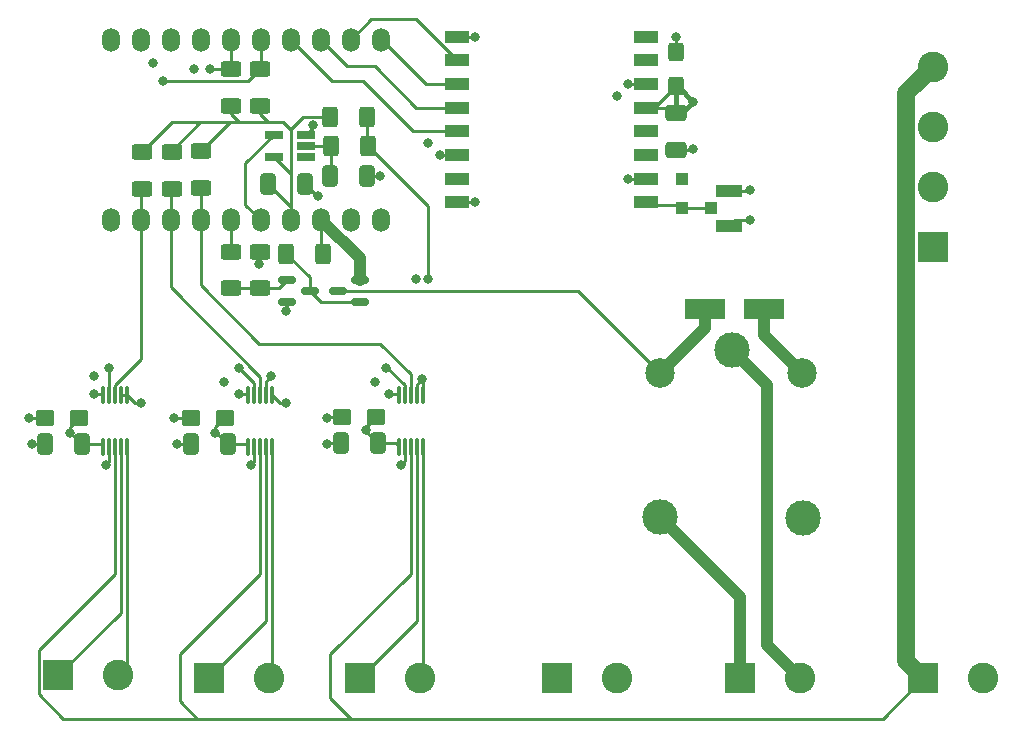
<source format=gtl>
%TF.GenerationSoftware,KiCad,Pcbnew,(6.0.9)*%
%TF.CreationDate,2023-01-04T20:05:15-05:00*%
%TF.ProjectId,Hardware-TinyPicoLoRaTrailer,48617264-7761-4726-952d-54696e795069,rev?*%
%TF.SameCoordinates,Original*%
%TF.FileFunction,Copper,L1,Top*%
%TF.FilePolarity,Positive*%
%FSLAX46Y46*%
G04 Gerber Fmt 4.6, Leading zero omitted, Abs format (unit mm)*
G04 Created by KiCad (PCBNEW (6.0.9)) date 2023-01-04 20:05:15*
%MOMM*%
%LPD*%
G01*
G04 APERTURE LIST*
G04 Aperture macros list*
%AMRoundRect*
0 Rectangle with rounded corners*
0 $1 Rounding radius*
0 $2 $3 $4 $5 $6 $7 $8 $9 X,Y pos of 4 corners*
0 Add a 4 corners polygon primitive as box body*
4,1,4,$2,$3,$4,$5,$6,$7,$8,$9,$2,$3,0*
0 Add four circle primitives for the rounded corners*
1,1,$1+$1,$2,$3*
1,1,$1+$1,$4,$5*
1,1,$1+$1,$6,$7*
1,1,$1+$1,$8,$9*
0 Add four rect primitives between the rounded corners*
20,1,$1+$1,$2,$3,$4,$5,0*
20,1,$1+$1,$4,$5,$6,$7,0*
20,1,$1+$1,$6,$7,$8,$9,0*
20,1,$1+$1,$8,$9,$2,$3,0*%
G04 Aperture macros list end*
%TA.AperFunction,ComponentPad*%
%ADD10R,2.600000X2.600000*%
%TD*%
%TA.AperFunction,ComponentPad*%
%ADD11C,2.600000*%
%TD*%
%TA.AperFunction,ComponentPad*%
%ADD12O,1.524000X2.000000*%
%TD*%
%TA.AperFunction,SMDPad,CuDef*%
%ADD13R,2.200000X1.050000*%
%TD*%
%TA.AperFunction,SMDPad,CuDef*%
%ADD14R,1.050000X1.000000*%
%TD*%
%TA.AperFunction,SMDPad,CuDef*%
%ADD15RoundRect,0.150000X-0.587500X-0.150000X0.587500X-0.150000X0.587500X0.150000X-0.587500X0.150000X0*%
%TD*%
%TA.AperFunction,SMDPad,CuDef*%
%ADD16RoundRect,0.250000X0.425000X-0.537500X0.425000X0.537500X-0.425000X0.537500X-0.425000X-0.537500X0*%
%TD*%
%TA.AperFunction,SMDPad,CuDef*%
%ADD17RoundRect,0.250000X-0.625000X0.400000X-0.625000X-0.400000X0.625000X-0.400000X0.625000X0.400000X0*%
%TD*%
%TA.AperFunction,SMDPad,CuDef*%
%ADD18RoundRect,0.250000X-0.650000X0.412500X-0.650000X-0.412500X0.650000X-0.412500X0.650000X0.412500X0*%
%TD*%
%TA.AperFunction,ComponentPad*%
%ADD19C,3.000000*%
%TD*%
%TA.AperFunction,ComponentPad*%
%ADD20C,2.500000*%
%TD*%
%TA.AperFunction,SMDPad,CuDef*%
%ADD21RoundRect,0.250000X-0.400000X-0.625000X0.400000X-0.625000X0.400000X0.625000X-0.400000X0.625000X0*%
%TD*%
%TA.AperFunction,SMDPad,CuDef*%
%ADD22RoundRect,0.250000X-0.412500X-0.650000X0.412500X-0.650000X0.412500X0.650000X-0.412500X0.650000X0*%
%TD*%
%TA.AperFunction,SMDPad,CuDef*%
%ADD23RoundRect,0.250000X0.412500X0.650000X-0.412500X0.650000X-0.412500X-0.650000X0.412500X-0.650000X0*%
%TD*%
%TA.AperFunction,SMDPad,CuDef*%
%ADD24R,3.500000X1.800000*%
%TD*%
%TA.AperFunction,SMDPad,CuDef*%
%ADD25RoundRect,0.075000X-0.075000X0.650000X-0.075000X-0.650000X0.075000X-0.650000X0.075000X0.650000X0*%
%TD*%
%TA.AperFunction,SMDPad,CuDef*%
%ADD26RoundRect,0.250000X0.537500X0.425000X-0.537500X0.425000X-0.537500X-0.425000X0.537500X-0.425000X0*%
%TD*%
%TA.AperFunction,SMDPad,CuDef*%
%ADD27R,2.000000X1.000000*%
%TD*%
%TA.AperFunction,ComponentPad*%
%ADD28R,1.000000X1.000000*%
%TD*%
%TA.AperFunction,SMDPad,CuDef*%
%ADD29RoundRect,0.250000X0.400000X0.625000X-0.400000X0.625000X-0.400000X-0.625000X0.400000X-0.625000X0*%
%TD*%
%TA.AperFunction,SMDPad,CuDef*%
%ADD30RoundRect,0.250000X0.625000X-0.400000X0.625000X0.400000X-0.625000X0.400000X-0.625000X-0.400000X0*%
%TD*%
%TA.AperFunction,SMDPad,CuDef*%
%ADD31RoundRect,0.150000X0.587500X0.150000X-0.587500X0.150000X-0.587500X-0.150000X0.587500X-0.150000X0*%
%TD*%
%TA.AperFunction,SMDPad,CuDef*%
%ADD32R,1.560000X0.650000*%
%TD*%
%TA.AperFunction,ViaPad*%
%ADD33C,0.800000*%
%TD*%
%TA.AperFunction,Conductor*%
%ADD34C,0.250000*%
%TD*%
%TA.AperFunction,Conductor*%
%ADD35C,1.500000*%
%TD*%
%TA.AperFunction,Conductor*%
%ADD36C,0.400000*%
%TD*%
%TA.AperFunction,Conductor*%
%ADD37C,1.000000*%
%TD*%
G04 APERTURE END LIST*
D10*
X136705000Y-126805000D03*
D11*
X141785000Y-126805000D03*
D12*
X67902500Y-87985000D03*
X70442500Y-87985000D03*
X72982500Y-87985000D03*
X75522500Y-87985000D03*
X78062500Y-87985000D03*
X80602500Y-87985000D03*
X83142500Y-87985000D03*
X85682500Y-87985000D03*
X88222500Y-87985000D03*
X90762500Y-87985000D03*
X90762500Y-72745000D03*
X88222500Y-72745000D03*
X85682500Y-72745000D03*
X83142500Y-72745000D03*
X80602500Y-72745000D03*
X78062500Y-72745000D03*
X75522500Y-72745000D03*
X72982500Y-72745000D03*
X70442500Y-72745000D03*
X67902500Y-72745000D03*
D13*
X120250000Y-88475000D03*
X120250000Y-85525000D03*
D14*
X118750000Y-87000000D03*
D10*
X121205000Y-126805000D03*
D11*
X126285000Y-126805000D03*
D15*
X82875000Y-93050000D03*
X82875000Y-94950000D03*
X84750000Y-94000000D03*
D10*
X137500000Y-90250000D03*
D11*
X137500000Y-85170000D03*
X137500000Y-80090000D03*
X137500000Y-75010000D03*
D16*
X115750000Y-76687500D03*
X115750000Y-73812500D03*
D17*
X73062500Y-82250000D03*
X73062500Y-85350000D03*
D10*
X105705000Y-126805000D03*
D11*
X110785000Y-126805000D03*
D18*
X115750000Y-78937500D03*
X115750000Y-82062500D03*
D19*
X120500000Y-99000000D03*
D20*
X114450000Y-100950000D03*
D19*
X114450000Y-113150000D03*
X126500000Y-113200000D03*
D20*
X126450000Y-100950000D03*
D21*
X82762500Y-90865000D03*
X85862500Y-90865000D03*
D22*
X81250000Y-85000000D03*
X84375000Y-85000000D03*
D23*
X87375000Y-106928750D03*
X90500000Y-106928750D03*
D24*
X118250000Y-95500000D03*
X123250000Y-95500000D03*
D25*
X81562500Y-102800000D03*
X81062500Y-102800000D03*
X80562500Y-102800000D03*
X80062500Y-102800000D03*
X79562500Y-102800000D03*
X79562500Y-107200000D03*
X80062500Y-107200000D03*
X80562500Y-107200000D03*
X81062500Y-107200000D03*
X81562500Y-107200000D03*
D26*
X87517500Y-104678750D03*
X90392500Y-104678750D03*
D27*
X97250000Y-72500000D03*
X97250000Y-74500000D03*
X97250000Y-76500000D03*
X97250000Y-78500000D03*
X97250000Y-80500000D03*
X97250000Y-82500000D03*
X97250000Y-84500000D03*
X97250000Y-86500000D03*
X113250000Y-86500000D03*
X113250000Y-84500000D03*
X113250000Y-82500000D03*
X113250000Y-80500000D03*
X113250000Y-78500000D03*
X113250000Y-76500000D03*
X113250000Y-74500000D03*
X113250000Y-72500000D03*
D28*
X116250000Y-87000000D03*
D23*
X77812500Y-107000000D03*
X74687500Y-107000000D03*
D17*
X75562500Y-82200000D03*
X75562500Y-85300000D03*
X70562500Y-82250000D03*
X70562500Y-85350000D03*
D29*
X89662500Y-81750000D03*
X86562500Y-81750000D03*
D10*
X76205000Y-126805000D03*
D11*
X81285000Y-126805000D03*
D10*
X89000000Y-126750000D03*
D11*
X94080000Y-126750000D03*
D25*
X94312500Y-107200000D03*
X93812500Y-107200000D03*
X93312500Y-107200000D03*
X92812500Y-107200000D03*
X92312500Y-107200000D03*
X92312500Y-102800000D03*
X92812500Y-102800000D03*
X93312500Y-102800000D03*
X93812500Y-102800000D03*
X94312500Y-102800000D03*
D22*
X86500000Y-84250000D03*
X89625000Y-84250000D03*
D30*
X80562500Y-78350000D03*
X80562500Y-75250000D03*
X78062500Y-78350000D03*
X78062500Y-75250000D03*
D28*
X116250000Y-84500000D03*
D21*
X86512500Y-79250000D03*
X89612500Y-79250000D03*
D31*
X87125000Y-94000000D03*
X89000000Y-93050000D03*
X89000000Y-94950000D03*
D17*
X78062500Y-90700000D03*
X78062500Y-93800000D03*
D32*
X84412500Y-82700000D03*
X84412500Y-81750000D03*
X84412500Y-80800000D03*
X81712500Y-80800000D03*
X81712500Y-82700000D03*
D26*
X77562500Y-104750000D03*
X74687500Y-104750000D03*
D17*
X80562500Y-90700000D03*
X80562500Y-93800000D03*
D26*
X62375000Y-104750000D03*
X65250000Y-104750000D03*
D10*
X63455000Y-126555000D03*
D11*
X68535000Y-126555000D03*
D25*
X69250000Y-102800000D03*
X68750000Y-102800000D03*
X68250000Y-102800000D03*
X67750000Y-102800000D03*
X67250000Y-102800000D03*
X67250000Y-107200000D03*
X67750000Y-107200000D03*
X68250000Y-107200000D03*
X68750000Y-107200000D03*
X69250000Y-107200000D03*
D23*
X62375000Y-107000000D03*
X65500000Y-107000000D03*
D33*
X75000000Y-75250000D03*
X71500000Y-74750000D03*
X90250000Y-101750000D03*
X77500000Y-101750000D03*
X66500000Y-101250000D03*
X89500000Y-105750000D03*
X76750000Y-106000000D03*
X82750000Y-103500000D03*
X70500000Y-103500000D03*
X64500000Y-106000000D03*
X117250000Y-78000000D03*
X122000000Y-88000000D03*
X67500352Y-108750000D03*
X92500000Y-108750000D03*
X94250000Y-101500000D03*
X61250000Y-107000000D03*
X61000000Y-104750000D03*
X73500000Y-107000000D03*
X73250000Y-104750000D03*
X86250000Y-107000000D03*
X86250000Y-104750000D03*
X79750000Y-108750000D03*
X81500000Y-101250000D03*
X82750000Y-95750000D03*
X80500000Y-91750000D03*
X85000000Y-80000000D03*
X85500000Y-86000000D03*
X90750000Y-84250000D03*
X115750000Y-72500000D03*
X122000000Y-85500000D03*
X117250000Y-82000000D03*
X111750000Y-84500000D03*
X98750000Y-86500000D03*
X98750000Y-72500000D03*
X111750000Y-76500000D03*
X110750000Y-77500000D03*
X94750000Y-81500000D03*
X95750000Y-82500000D03*
X93750000Y-93000000D03*
X94750000Y-93000000D03*
X76312500Y-75250000D03*
X67750000Y-100500000D03*
X78750000Y-100500000D03*
X66500000Y-102750000D03*
X78750000Y-102750000D03*
X91500000Y-102750000D03*
X72312500Y-76237701D03*
X91250000Y-100500000D03*
D34*
X116000000Y-86750000D02*
X116250000Y-87000000D01*
X113500000Y-86750000D02*
X116000000Y-86750000D01*
X113250000Y-86500000D02*
X113500000Y-86750000D01*
X121975000Y-85525000D02*
X120250000Y-85525000D01*
X122000000Y-85500000D02*
X121975000Y-85525000D01*
X120725000Y-88000000D02*
X120250000Y-88475000D01*
X122000000Y-88000000D02*
X120725000Y-88000000D01*
X116250000Y-87000000D02*
X118750000Y-87000000D01*
D35*
X135250000Y-77260000D02*
X135250000Y-125350000D01*
X135250000Y-125350000D02*
X136705000Y-126805000D01*
X137500000Y-75010000D02*
X135250000Y-77260000D01*
D34*
X85000000Y-80212500D02*
X84412500Y-80800000D01*
X85000000Y-80000000D02*
X85000000Y-80212500D01*
X81500000Y-101250000D02*
X81062500Y-101687500D01*
X81062500Y-101687500D02*
X81062500Y-102800000D01*
X67500352Y-108750000D02*
X67750000Y-108500352D01*
X67750000Y-108500352D02*
X67750000Y-107200000D01*
X80062500Y-108437500D02*
X80062500Y-107200000D01*
X79750000Y-108750000D02*
X80062500Y-108437500D01*
X92812500Y-108437500D02*
X92812500Y-107200000D01*
X92500000Y-108750000D02*
X92812500Y-108437500D01*
X67750000Y-100500000D02*
X67750000Y-102800000D01*
X70500000Y-99759315D02*
X68250000Y-102009315D01*
X70500000Y-88042500D02*
X70500000Y-99759315D01*
X68250000Y-102009315D02*
X68250000Y-102800000D01*
X70442500Y-87985000D02*
X70500000Y-88042500D01*
X92812500Y-102009315D02*
X92812500Y-102800000D01*
X91303185Y-100500000D02*
X92812500Y-102009315D01*
X91250000Y-100500000D02*
X91303185Y-100500000D01*
X80062500Y-101812500D02*
X80062500Y-102800000D01*
X78750000Y-100500000D02*
X80062500Y-101812500D01*
X68750000Y-102800000D02*
X69250000Y-102800000D01*
X70500000Y-103500000D02*
X69950000Y-103500000D01*
X69950000Y-103500000D02*
X69250000Y-102800000D01*
X82262500Y-103500000D02*
X81562500Y-102800000D01*
X82750000Y-103500000D02*
X82262500Y-103500000D01*
X77812500Y-107000000D02*
X79362500Y-107000000D01*
X79362500Y-107000000D02*
X79562500Y-107200000D01*
X76812500Y-106000000D02*
X77812500Y-107000000D01*
X76750000Y-106000000D02*
X76812500Y-106000000D01*
X76750000Y-106000000D02*
X76750000Y-105562500D01*
X76750000Y-105562500D02*
X77562500Y-104750000D01*
X92041250Y-106928750D02*
X92312500Y-107200000D01*
X90500000Y-106928750D02*
X92041250Y-106928750D01*
X89500000Y-105928750D02*
X90500000Y-106928750D01*
X89500000Y-105750000D02*
X89500000Y-105928750D01*
X89500000Y-105750000D02*
X89500000Y-105571250D01*
X89500000Y-105571250D02*
X90392500Y-104678750D01*
X64500000Y-106000000D02*
X65500000Y-107000000D01*
X64500000Y-105500000D02*
X65250000Y-104750000D01*
X64500000Y-106000000D02*
X64500000Y-105500000D01*
X67050000Y-107000000D02*
X67250000Y-107200000D01*
X65500000Y-107000000D02*
X67050000Y-107000000D01*
X113937500Y-78500000D02*
X115750000Y-76687500D01*
X113250000Y-78500000D02*
X113937500Y-78500000D01*
X115312500Y-78500000D02*
X113250000Y-78500000D01*
X115750000Y-78937500D02*
X115312500Y-78500000D01*
D36*
X115937500Y-76687500D02*
X117250000Y-78000000D01*
X115750000Y-76687500D02*
X115937500Y-76687500D01*
X116312500Y-78937500D02*
X117250000Y-78000000D01*
D34*
X115750000Y-78937500D02*
X116312500Y-78937500D01*
D36*
X115750000Y-76687500D02*
X115750000Y-78937500D01*
D34*
X78012500Y-79750000D02*
X78250000Y-79750000D01*
X75562500Y-82200000D02*
X78012500Y-79750000D01*
X78750000Y-79750000D02*
X78250000Y-79750000D01*
X78250000Y-79750000D02*
X75500000Y-79750000D01*
X73062500Y-82187500D02*
X75500000Y-79750000D01*
X73062500Y-82250000D02*
X73062500Y-82187500D01*
X75500000Y-79750000D02*
X73062500Y-79750000D01*
X84224695Y-79250000D02*
X83142500Y-80332195D01*
X83142500Y-80332195D02*
X83142500Y-80392500D01*
X86512500Y-79250000D02*
X84224695Y-79250000D01*
X78062500Y-79062500D02*
X78750000Y-79750000D01*
X78062500Y-78350000D02*
X78062500Y-79062500D01*
X81250000Y-79750000D02*
X78750000Y-79750000D01*
X82500000Y-79750000D02*
X81250000Y-79750000D01*
X80562500Y-78350000D02*
X80562500Y-79062500D01*
X80562500Y-79062500D02*
X81250000Y-79750000D01*
X83142500Y-86892500D02*
X83142500Y-87985000D01*
X81250000Y-85000000D02*
X83142500Y-86892500D01*
X81712500Y-82700000D02*
X81712500Y-82712500D01*
X81712500Y-82712500D02*
X83142500Y-84142500D01*
X83142500Y-84142500D02*
X83142500Y-80392500D01*
X83142500Y-85892500D02*
X83142500Y-84142500D01*
X83142500Y-87985000D02*
X83142500Y-85892500D01*
X73062500Y-79750000D02*
X70562500Y-82250000D01*
X83142500Y-80392500D02*
X82500000Y-79750000D01*
X113250000Y-84500000D02*
X111750000Y-84500000D01*
X117187500Y-82062500D02*
X117250000Y-82000000D01*
X115750000Y-82062500D02*
X117187500Y-82062500D01*
X115750000Y-73812500D02*
X115750000Y-72500000D01*
X97250000Y-86500000D02*
X98750000Y-86500000D01*
X97250000Y-72500000D02*
X98750000Y-72500000D01*
X94312500Y-101562500D02*
X94250000Y-101500000D01*
X94312500Y-102800000D02*
X94312500Y-101562500D01*
X86321250Y-106928750D02*
X86250000Y-107000000D01*
X87375000Y-106928750D02*
X86321250Y-106928750D01*
X86321250Y-104678750D02*
X86250000Y-104750000D01*
X87517500Y-104678750D02*
X86321250Y-104678750D01*
X74687500Y-107000000D02*
X73500000Y-107000000D01*
X74687500Y-104750000D02*
X73250000Y-104750000D01*
X62375000Y-104750000D02*
X61000000Y-104750000D01*
X62375000Y-107000000D02*
X61250000Y-107000000D01*
X68250000Y-118000000D02*
X68250000Y-107200000D01*
X61830000Y-128180000D02*
X61830000Y-124420000D01*
X63900000Y-130250000D02*
X61830000Y-128180000D01*
X61830000Y-124420000D02*
X68250000Y-118000000D01*
X75250000Y-130250000D02*
X63900000Y-130250000D01*
X93812500Y-101937500D02*
X94250000Y-101500000D01*
X93812500Y-102800000D02*
X93812500Y-101937500D01*
X82875000Y-95625000D02*
X82750000Y-95750000D01*
X82875000Y-94950000D02*
X82875000Y-95625000D01*
X80562500Y-91687500D02*
X80500000Y-91750000D01*
X80562500Y-90700000D02*
X80562500Y-91687500D01*
X85375000Y-86000000D02*
X84375000Y-85000000D01*
X85500000Y-86000000D02*
X85375000Y-86000000D01*
X90750000Y-84250000D02*
X89625000Y-84250000D01*
X89967500Y-71000000D02*
X88222500Y-72745000D01*
X93750000Y-71000000D02*
X89967500Y-71000000D01*
X97250000Y-74500000D02*
X93750000Y-71000000D01*
X86647500Y-76250000D02*
X83142500Y-72745000D01*
X89250000Y-76250000D02*
X86647500Y-76250000D01*
X93500000Y-80500000D02*
X89250000Y-76250000D01*
X97250000Y-80500000D02*
X93500000Y-80500000D01*
X90250000Y-75000000D02*
X87937500Y-75000000D01*
X87937500Y-75000000D02*
X85682500Y-72745000D01*
X93750000Y-78500000D02*
X90250000Y-75000000D01*
X97250000Y-78500000D02*
X93750000Y-78500000D01*
X113250000Y-76500000D02*
X111750000Y-76500000D01*
X97250000Y-82500000D02*
X95750000Y-82500000D01*
X94633750Y-76500000D02*
X97250000Y-76500000D01*
X90878750Y-72745000D02*
X94633750Y-76500000D01*
X90762500Y-72745000D02*
X90878750Y-72745000D01*
X85682500Y-90685000D02*
X85682500Y-87985000D01*
X85862500Y-90865000D02*
X85682500Y-90685000D01*
D37*
X85735000Y-87985000D02*
X89000000Y-91250000D01*
X85682500Y-87985000D02*
X85735000Y-87985000D01*
X89000000Y-91250000D02*
X89000000Y-93050000D01*
X123500000Y-124020000D02*
X126285000Y-126805000D01*
X120500000Y-99000000D02*
X123500000Y-102000000D01*
X123500000Y-102000000D02*
X123500000Y-124020000D01*
X121205000Y-119905000D02*
X114450000Y-113150000D01*
X121205000Y-126805000D02*
X121205000Y-119905000D01*
D34*
X94750000Y-86837500D02*
X94750000Y-93000000D01*
X89662500Y-81750000D02*
X94750000Y-86837500D01*
X89612500Y-81700000D02*
X89662500Y-81750000D01*
X89612500Y-79250000D02*
X89612500Y-81700000D01*
X82125000Y-93800000D02*
X82875000Y-93050000D01*
X80562500Y-93800000D02*
X82125000Y-93800000D01*
X78062500Y-93800000D02*
X80562500Y-93800000D01*
X84750000Y-92852500D02*
X84750000Y-94000000D01*
X82762500Y-90865000D02*
X84750000Y-92852500D01*
X85700000Y-94950000D02*
X89000000Y-94950000D01*
X84750000Y-94000000D02*
X85700000Y-94950000D01*
X107500000Y-94000000D02*
X114450000Y-100950000D01*
X87125000Y-94000000D02*
X107500000Y-94000000D01*
D37*
X123250000Y-95500000D02*
X123250000Y-97750000D01*
X123250000Y-97750000D02*
X126450000Y-100950000D01*
X118250000Y-97150000D02*
X114450000Y-100950000D01*
X118250000Y-95500000D02*
X118250000Y-97150000D01*
D34*
X93312500Y-101062500D02*
X93312500Y-102800000D01*
X75522500Y-93522500D02*
X80500000Y-98500000D01*
X80500000Y-98500000D02*
X90750000Y-98500000D01*
X90750000Y-98500000D02*
X93312500Y-101062500D01*
X75522500Y-87985000D02*
X75522500Y-93522500D01*
X80562500Y-101287195D02*
X80562500Y-102800000D01*
X72982500Y-93707195D02*
X80562500Y-101287195D01*
X72982500Y-87985000D02*
X72982500Y-93707195D01*
X75522500Y-85340000D02*
X75522500Y-87985000D01*
X75562500Y-85300000D02*
X75522500Y-85340000D01*
X79562500Y-76250000D02*
X80562500Y-75250000D01*
X72324799Y-76250000D02*
X79562500Y-76250000D01*
X76312500Y-75250000D02*
X78062500Y-75250000D01*
X67200000Y-102750000D02*
X67250000Y-102800000D01*
X66500000Y-102750000D02*
X67200000Y-102750000D01*
X79512500Y-102750000D02*
X79562500Y-102800000D01*
X78750000Y-102750000D02*
X79512500Y-102750000D01*
X92262500Y-102750000D02*
X92312500Y-102800000D01*
X91500000Y-102750000D02*
X92262500Y-102750000D01*
X79312500Y-83200000D02*
X79312500Y-86695000D01*
X79312500Y-86695000D02*
X80602500Y-87985000D01*
X81712500Y-80800000D02*
X79312500Y-83200000D01*
X78062500Y-87985000D02*
X78062500Y-90700000D01*
X86512500Y-128512500D02*
X88250000Y-130250000D01*
X86512500Y-124750000D02*
X86512500Y-128512500D01*
X93312500Y-117950000D02*
X86512500Y-124750000D01*
X93312500Y-107200000D02*
X93312500Y-117950000D01*
X93812500Y-121937500D02*
X93812500Y-107200000D01*
X89000000Y-126750000D02*
X93812500Y-121937500D01*
X94312500Y-126517500D02*
X94312500Y-107200000D01*
X94080000Y-126750000D02*
X94312500Y-126517500D01*
X88250000Y-130250000D02*
X75250000Y-130250000D01*
X133260000Y-130250000D02*
X88250000Y-130250000D01*
X73750000Y-128750000D02*
X75250000Y-130250000D01*
X80562500Y-117937500D02*
X73750000Y-124750000D01*
X80562500Y-107200000D02*
X80562500Y-117937500D01*
X73750000Y-124750000D02*
X73750000Y-128750000D01*
X136705000Y-126805000D02*
X133260000Y-130250000D01*
X81062500Y-121947500D02*
X81062500Y-107200000D01*
X76205000Y-126805000D02*
X81062500Y-121947500D01*
X81562500Y-126527500D02*
X81562500Y-107200000D01*
X81285000Y-126805000D02*
X81562500Y-126527500D01*
X63455000Y-126555000D02*
X68750000Y-121260000D01*
X68750000Y-121260000D02*
X68750000Y-107200000D01*
X69250000Y-125840000D02*
X69250000Y-107200000D01*
X68535000Y-126555000D02*
X69250000Y-125840000D01*
X86562500Y-84187500D02*
X86500000Y-84250000D01*
X86562500Y-81750000D02*
X86562500Y-84187500D01*
X84412500Y-81750000D02*
X86562500Y-81750000D01*
X80602500Y-75210000D02*
X80562500Y-75250000D01*
X80602500Y-72745000D02*
X80602500Y-75210000D01*
X78062500Y-72745000D02*
X78062500Y-75250000D01*
X72982500Y-85430000D02*
X72982500Y-87985000D01*
X73062500Y-85350000D02*
X72982500Y-85430000D01*
X70442500Y-85470000D02*
X70442500Y-87985000D01*
X70562500Y-85350000D02*
X70442500Y-85470000D01*
M02*

</source>
